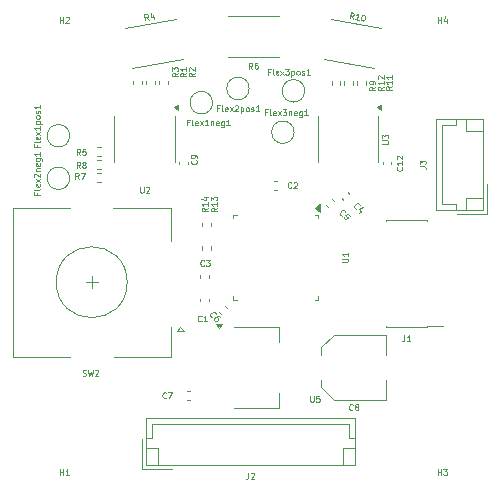
<source format=gbr>
%TF.GenerationSoftware,KiCad,Pcbnew,8.0.8*%
%TF.CreationDate,2025-01-29T06:06:36+01:00*%
%TF.ProjectId,PCB_Gant,5043425f-4761-46e7-942e-6b696361645f,rev?*%
%TF.SameCoordinates,Original*%
%TF.FileFunction,Legend,Top*%
%TF.FilePolarity,Positive*%
%FSLAX46Y46*%
G04 Gerber Fmt 4.6, Leading zero omitted, Abs format (unit mm)*
G04 Created by KiCad (PCBNEW 8.0.8) date 2025-01-29 06:06:36*
%MOMM*%
%LPD*%
G01*
G04 APERTURE LIST*
%ADD10C,0.125000*%
%ADD11C,0.120000*%
G04 APERTURE END LIST*
D10*
X112515782Y-90966367D02*
X112482110Y-90966367D01*
X112482110Y-90966367D02*
X112414766Y-90932695D01*
X112414766Y-90932695D02*
X112381095Y-90899023D01*
X112381095Y-90899023D02*
X112347423Y-90831680D01*
X112347423Y-90831680D02*
X112347423Y-90764336D01*
X112347423Y-90764336D02*
X112364259Y-90713829D01*
X112364259Y-90713829D02*
X112414766Y-90629649D01*
X112414766Y-90629649D02*
X112465274Y-90579142D01*
X112465274Y-90579142D02*
X112549453Y-90528634D01*
X112549453Y-90528634D02*
X112599961Y-90511798D01*
X112599961Y-90511798D02*
X112667304Y-90511798D01*
X112667304Y-90511798D02*
X112734648Y-90545470D01*
X112734648Y-90545470D02*
X112768320Y-90579142D01*
X112768320Y-90579142D02*
X112801991Y-90646485D01*
X112801991Y-90646485D02*
X112801991Y-90680157D01*
X113138709Y-90949531D02*
X113071365Y-90882187D01*
X113071365Y-90882187D02*
X113020858Y-90865351D01*
X113020858Y-90865351D02*
X112987186Y-90865351D01*
X112987186Y-90865351D02*
X112903007Y-90882187D01*
X112903007Y-90882187D02*
X112818827Y-90932695D01*
X112818827Y-90932695D02*
X112684140Y-91067382D01*
X112684140Y-91067382D02*
X112667304Y-91117890D01*
X112667304Y-91117890D02*
X112667304Y-91151561D01*
X112667304Y-91151561D02*
X112684140Y-91202069D01*
X112684140Y-91202069D02*
X112751484Y-91269412D01*
X112751484Y-91269412D02*
X112801991Y-91286248D01*
X112801991Y-91286248D02*
X112835663Y-91286248D01*
X112835663Y-91286248D02*
X112886171Y-91269412D01*
X112886171Y-91269412D02*
X112970350Y-91185233D01*
X112970350Y-91185233D02*
X112987186Y-91134725D01*
X112987186Y-91134725D02*
X112987186Y-91101054D01*
X112987186Y-91101054D02*
X112970350Y-91050546D01*
X112970350Y-91050546D02*
X112903007Y-90983203D01*
X112903007Y-90983203D02*
X112852499Y-90966367D01*
X112852499Y-90966367D02*
X112818827Y-90966367D01*
X112818827Y-90966367D02*
X112768320Y-90983203D01*
X120819047Y-97624809D02*
X120819047Y-98029571D01*
X120819047Y-98029571D02*
X120842857Y-98077190D01*
X120842857Y-98077190D02*
X120866666Y-98101000D01*
X120866666Y-98101000D02*
X120914285Y-98124809D01*
X120914285Y-98124809D02*
X121009523Y-98124809D01*
X121009523Y-98124809D02*
X121057142Y-98101000D01*
X121057142Y-98101000D02*
X121080952Y-98077190D01*
X121080952Y-98077190D02*
X121104761Y-98029571D01*
X121104761Y-98029571D02*
X121104761Y-97624809D01*
X121580952Y-97624809D02*
X121342857Y-97624809D01*
X121342857Y-97624809D02*
X121319048Y-97862904D01*
X121319048Y-97862904D02*
X121342857Y-97839095D01*
X121342857Y-97839095D02*
X121390476Y-97815285D01*
X121390476Y-97815285D02*
X121509524Y-97815285D01*
X121509524Y-97815285D02*
X121557143Y-97839095D01*
X121557143Y-97839095D02*
X121580952Y-97862904D01*
X121580952Y-97862904D02*
X121604762Y-97910523D01*
X121604762Y-97910523D02*
X121604762Y-98029571D01*
X121604762Y-98029571D02*
X121580952Y-98077190D01*
X121580952Y-98077190D02*
X121557143Y-98101000D01*
X121557143Y-98101000D02*
X121509524Y-98124809D01*
X121509524Y-98124809D02*
X121390476Y-98124809D01*
X121390476Y-98124809D02*
X121342857Y-98101000D01*
X121342857Y-98101000D02*
X121319048Y-98077190D01*
X101216666Y-79224809D02*
X101050000Y-78986714D01*
X100930952Y-79224809D02*
X100930952Y-78724809D01*
X100930952Y-78724809D02*
X101121428Y-78724809D01*
X101121428Y-78724809D02*
X101169047Y-78748619D01*
X101169047Y-78748619D02*
X101192857Y-78772428D01*
X101192857Y-78772428D02*
X101216666Y-78820047D01*
X101216666Y-78820047D02*
X101216666Y-78891476D01*
X101216666Y-78891476D02*
X101192857Y-78939095D01*
X101192857Y-78939095D02*
X101169047Y-78962904D01*
X101169047Y-78962904D02*
X101121428Y-78986714D01*
X101121428Y-78986714D02*
X100930952Y-78986714D01*
X101383333Y-78724809D02*
X101716666Y-78724809D01*
X101716666Y-78724809D02*
X101502381Y-79224809D01*
X97662904Y-76407141D02*
X97662904Y-76573808D01*
X97924809Y-76573808D02*
X97424809Y-76573808D01*
X97424809Y-76573808D02*
X97424809Y-76335713D01*
X97924809Y-76073808D02*
X97901000Y-76121427D01*
X97901000Y-76121427D02*
X97853380Y-76145237D01*
X97853380Y-76145237D02*
X97424809Y-76145237D01*
X97901000Y-75692856D02*
X97924809Y-75740475D01*
X97924809Y-75740475D02*
X97924809Y-75835713D01*
X97924809Y-75835713D02*
X97901000Y-75883332D01*
X97901000Y-75883332D02*
X97853380Y-75907141D01*
X97853380Y-75907141D02*
X97662904Y-75907141D01*
X97662904Y-75907141D02*
X97615285Y-75883332D01*
X97615285Y-75883332D02*
X97591476Y-75835713D01*
X97591476Y-75835713D02*
X97591476Y-75740475D01*
X97591476Y-75740475D02*
X97615285Y-75692856D01*
X97615285Y-75692856D02*
X97662904Y-75669046D01*
X97662904Y-75669046D02*
X97710523Y-75669046D01*
X97710523Y-75669046D02*
X97758142Y-75907141D01*
X97924809Y-75502380D02*
X97591476Y-75240475D01*
X97591476Y-75502380D02*
X97924809Y-75240475D01*
X97924809Y-74788094D02*
X97924809Y-75073808D01*
X97924809Y-74930951D02*
X97424809Y-74930951D01*
X97424809Y-74930951D02*
X97496238Y-74978570D01*
X97496238Y-74978570D02*
X97543857Y-75026189D01*
X97543857Y-75026189D02*
X97567666Y-75073808D01*
X97591476Y-74573809D02*
X98091476Y-74573809D01*
X97615285Y-74573809D02*
X97591476Y-74526190D01*
X97591476Y-74526190D02*
X97591476Y-74430952D01*
X97591476Y-74430952D02*
X97615285Y-74383333D01*
X97615285Y-74383333D02*
X97639095Y-74359523D01*
X97639095Y-74359523D02*
X97686714Y-74335714D01*
X97686714Y-74335714D02*
X97829571Y-74335714D01*
X97829571Y-74335714D02*
X97877190Y-74359523D01*
X97877190Y-74359523D02*
X97901000Y-74383333D01*
X97901000Y-74383333D02*
X97924809Y-74430952D01*
X97924809Y-74430952D02*
X97924809Y-74526190D01*
X97924809Y-74526190D02*
X97901000Y-74573809D01*
X97924809Y-74049999D02*
X97901000Y-74097618D01*
X97901000Y-74097618D02*
X97877190Y-74121428D01*
X97877190Y-74121428D02*
X97829571Y-74145237D01*
X97829571Y-74145237D02*
X97686714Y-74145237D01*
X97686714Y-74145237D02*
X97639095Y-74121428D01*
X97639095Y-74121428D02*
X97615285Y-74097618D01*
X97615285Y-74097618D02*
X97591476Y-74049999D01*
X97591476Y-74049999D02*
X97591476Y-73978571D01*
X97591476Y-73978571D02*
X97615285Y-73930952D01*
X97615285Y-73930952D02*
X97639095Y-73907142D01*
X97639095Y-73907142D02*
X97686714Y-73883333D01*
X97686714Y-73883333D02*
X97829571Y-73883333D01*
X97829571Y-73883333D02*
X97877190Y-73907142D01*
X97877190Y-73907142D02*
X97901000Y-73930952D01*
X97901000Y-73930952D02*
X97924809Y-73978571D01*
X97924809Y-73978571D02*
X97924809Y-74049999D01*
X97901000Y-73692856D02*
X97924809Y-73645237D01*
X97924809Y-73645237D02*
X97924809Y-73549999D01*
X97924809Y-73549999D02*
X97901000Y-73502380D01*
X97901000Y-73502380D02*
X97853380Y-73478571D01*
X97853380Y-73478571D02*
X97829571Y-73478571D01*
X97829571Y-73478571D02*
X97781952Y-73502380D01*
X97781952Y-73502380D02*
X97758142Y-73549999D01*
X97758142Y-73549999D02*
X97758142Y-73621428D01*
X97758142Y-73621428D02*
X97734333Y-73669047D01*
X97734333Y-73669047D02*
X97686714Y-73692856D01*
X97686714Y-73692856D02*
X97662904Y-73692856D01*
X97662904Y-73692856D02*
X97615285Y-73669047D01*
X97615285Y-73669047D02*
X97591476Y-73621428D01*
X97591476Y-73621428D02*
X97591476Y-73549999D01*
X97591476Y-73549999D02*
X97615285Y-73502380D01*
X97924809Y-73002380D02*
X97924809Y-73288094D01*
X97924809Y-73145237D02*
X97424809Y-73145237D01*
X97424809Y-73145237D02*
X97496238Y-73192856D01*
X97496238Y-73192856D02*
X97543857Y-73240475D01*
X97543857Y-73240475D02*
X97567666Y-73288094D01*
X106419047Y-79924809D02*
X106419047Y-80329571D01*
X106419047Y-80329571D02*
X106442857Y-80377190D01*
X106442857Y-80377190D02*
X106466666Y-80401000D01*
X106466666Y-80401000D02*
X106514285Y-80424809D01*
X106514285Y-80424809D02*
X106609523Y-80424809D01*
X106609523Y-80424809D02*
X106657142Y-80401000D01*
X106657142Y-80401000D02*
X106680952Y-80377190D01*
X106680952Y-80377190D02*
X106704761Y-80329571D01*
X106704761Y-80329571D02*
X106704761Y-79924809D01*
X106919048Y-79972428D02*
X106942857Y-79948619D01*
X106942857Y-79948619D02*
X106990476Y-79924809D01*
X106990476Y-79924809D02*
X107109524Y-79924809D01*
X107109524Y-79924809D02*
X107157143Y-79948619D01*
X107157143Y-79948619D02*
X107180952Y-79972428D01*
X107180952Y-79972428D02*
X107204762Y-80020047D01*
X107204762Y-80020047D02*
X107204762Y-80067666D01*
X107204762Y-80067666D02*
X107180952Y-80139095D01*
X107180952Y-80139095D02*
X106895238Y-80424809D01*
X106895238Y-80424809D02*
X107204762Y-80424809D01*
X124416666Y-98777190D02*
X124392857Y-98801000D01*
X124392857Y-98801000D02*
X124321428Y-98824809D01*
X124321428Y-98824809D02*
X124273809Y-98824809D01*
X124273809Y-98824809D02*
X124202381Y-98801000D01*
X124202381Y-98801000D02*
X124154762Y-98753380D01*
X124154762Y-98753380D02*
X124130952Y-98705761D01*
X124130952Y-98705761D02*
X124107143Y-98610523D01*
X124107143Y-98610523D02*
X124107143Y-98539095D01*
X124107143Y-98539095D02*
X124130952Y-98443857D01*
X124130952Y-98443857D02*
X124154762Y-98396238D01*
X124154762Y-98396238D02*
X124202381Y-98348619D01*
X124202381Y-98348619D02*
X124273809Y-98324809D01*
X124273809Y-98324809D02*
X124321428Y-98324809D01*
X124321428Y-98324809D02*
X124392857Y-98348619D01*
X124392857Y-98348619D02*
X124416666Y-98372428D01*
X124702381Y-98539095D02*
X124654762Y-98515285D01*
X124654762Y-98515285D02*
X124630952Y-98491476D01*
X124630952Y-98491476D02*
X124607143Y-98443857D01*
X124607143Y-98443857D02*
X124607143Y-98420047D01*
X124607143Y-98420047D02*
X124630952Y-98372428D01*
X124630952Y-98372428D02*
X124654762Y-98348619D01*
X124654762Y-98348619D02*
X124702381Y-98324809D01*
X124702381Y-98324809D02*
X124797619Y-98324809D01*
X124797619Y-98324809D02*
X124845238Y-98348619D01*
X124845238Y-98348619D02*
X124869047Y-98372428D01*
X124869047Y-98372428D02*
X124892857Y-98420047D01*
X124892857Y-98420047D02*
X124892857Y-98443857D01*
X124892857Y-98443857D02*
X124869047Y-98491476D01*
X124869047Y-98491476D02*
X124845238Y-98515285D01*
X124845238Y-98515285D02*
X124797619Y-98539095D01*
X124797619Y-98539095D02*
X124702381Y-98539095D01*
X124702381Y-98539095D02*
X124654762Y-98562904D01*
X124654762Y-98562904D02*
X124630952Y-98586714D01*
X124630952Y-98586714D02*
X124607143Y-98634333D01*
X124607143Y-98634333D02*
X124607143Y-98729571D01*
X124607143Y-98729571D02*
X124630952Y-98777190D01*
X124630952Y-98777190D02*
X124654762Y-98801000D01*
X124654762Y-98801000D02*
X124702381Y-98824809D01*
X124702381Y-98824809D02*
X124797619Y-98824809D01*
X124797619Y-98824809D02*
X124845238Y-98801000D01*
X124845238Y-98801000D02*
X124869047Y-98777190D01*
X124869047Y-98777190D02*
X124892857Y-98729571D01*
X124892857Y-98729571D02*
X124892857Y-98634333D01*
X124892857Y-98634333D02*
X124869047Y-98586714D01*
X124869047Y-98586714D02*
X124845238Y-98562904D01*
X124845238Y-98562904D02*
X124797619Y-98539095D01*
X113092858Y-73262904D02*
X112926191Y-73262904D01*
X112926191Y-73524809D02*
X112926191Y-73024809D01*
X112926191Y-73024809D02*
X113164286Y-73024809D01*
X113426191Y-73524809D02*
X113378572Y-73501000D01*
X113378572Y-73501000D02*
X113354762Y-73453380D01*
X113354762Y-73453380D02*
X113354762Y-73024809D01*
X113807143Y-73501000D02*
X113759524Y-73524809D01*
X113759524Y-73524809D02*
X113664286Y-73524809D01*
X113664286Y-73524809D02*
X113616667Y-73501000D01*
X113616667Y-73501000D02*
X113592858Y-73453380D01*
X113592858Y-73453380D02*
X113592858Y-73262904D01*
X113592858Y-73262904D02*
X113616667Y-73215285D01*
X113616667Y-73215285D02*
X113664286Y-73191476D01*
X113664286Y-73191476D02*
X113759524Y-73191476D01*
X113759524Y-73191476D02*
X113807143Y-73215285D01*
X113807143Y-73215285D02*
X113830953Y-73262904D01*
X113830953Y-73262904D02*
X113830953Y-73310523D01*
X113830953Y-73310523D02*
X113592858Y-73358142D01*
X113997619Y-73524809D02*
X114259524Y-73191476D01*
X113997619Y-73191476D02*
X114259524Y-73524809D01*
X114426191Y-73072428D02*
X114450000Y-73048619D01*
X114450000Y-73048619D02*
X114497619Y-73024809D01*
X114497619Y-73024809D02*
X114616667Y-73024809D01*
X114616667Y-73024809D02*
X114664286Y-73048619D01*
X114664286Y-73048619D02*
X114688095Y-73072428D01*
X114688095Y-73072428D02*
X114711905Y-73120047D01*
X114711905Y-73120047D02*
X114711905Y-73167666D01*
X114711905Y-73167666D02*
X114688095Y-73239095D01*
X114688095Y-73239095D02*
X114402381Y-73524809D01*
X114402381Y-73524809D02*
X114711905Y-73524809D01*
X114926190Y-73191476D02*
X114926190Y-73691476D01*
X114926190Y-73215285D02*
X114973809Y-73191476D01*
X114973809Y-73191476D02*
X115069047Y-73191476D01*
X115069047Y-73191476D02*
X115116666Y-73215285D01*
X115116666Y-73215285D02*
X115140476Y-73239095D01*
X115140476Y-73239095D02*
X115164285Y-73286714D01*
X115164285Y-73286714D02*
X115164285Y-73429571D01*
X115164285Y-73429571D02*
X115140476Y-73477190D01*
X115140476Y-73477190D02*
X115116666Y-73501000D01*
X115116666Y-73501000D02*
X115069047Y-73524809D01*
X115069047Y-73524809D02*
X114973809Y-73524809D01*
X114973809Y-73524809D02*
X114926190Y-73501000D01*
X115450000Y-73524809D02*
X115402381Y-73501000D01*
X115402381Y-73501000D02*
X115378571Y-73477190D01*
X115378571Y-73477190D02*
X115354762Y-73429571D01*
X115354762Y-73429571D02*
X115354762Y-73286714D01*
X115354762Y-73286714D02*
X115378571Y-73239095D01*
X115378571Y-73239095D02*
X115402381Y-73215285D01*
X115402381Y-73215285D02*
X115450000Y-73191476D01*
X115450000Y-73191476D02*
X115521428Y-73191476D01*
X115521428Y-73191476D02*
X115569047Y-73215285D01*
X115569047Y-73215285D02*
X115592857Y-73239095D01*
X115592857Y-73239095D02*
X115616666Y-73286714D01*
X115616666Y-73286714D02*
X115616666Y-73429571D01*
X115616666Y-73429571D02*
X115592857Y-73477190D01*
X115592857Y-73477190D02*
X115569047Y-73501000D01*
X115569047Y-73501000D02*
X115521428Y-73524809D01*
X115521428Y-73524809D02*
X115450000Y-73524809D01*
X115807143Y-73501000D02*
X115854762Y-73524809D01*
X115854762Y-73524809D02*
X115950000Y-73524809D01*
X115950000Y-73524809D02*
X115997619Y-73501000D01*
X115997619Y-73501000D02*
X116021428Y-73453380D01*
X116021428Y-73453380D02*
X116021428Y-73429571D01*
X116021428Y-73429571D02*
X115997619Y-73381952D01*
X115997619Y-73381952D02*
X115950000Y-73358142D01*
X115950000Y-73358142D02*
X115878571Y-73358142D01*
X115878571Y-73358142D02*
X115830952Y-73334333D01*
X115830952Y-73334333D02*
X115807143Y-73286714D01*
X115807143Y-73286714D02*
X115807143Y-73262904D01*
X115807143Y-73262904D02*
X115830952Y-73215285D01*
X115830952Y-73215285D02*
X115878571Y-73191476D01*
X115878571Y-73191476D02*
X115950000Y-73191476D01*
X115950000Y-73191476D02*
X115997619Y-73215285D01*
X116497619Y-73524809D02*
X116211905Y-73524809D01*
X116354762Y-73524809D02*
X116354762Y-73024809D01*
X116354762Y-73024809D02*
X116307143Y-73096238D01*
X116307143Y-73096238D02*
X116259524Y-73143857D01*
X116259524Y-73143857D02*
X116211905Y-73167666D01*
X115916666Y-69924809D02*
X115750000Y-69686714D01*
X115630952Y-69924809D02*
X115630952Y-69424809D01*
X115630952Y-69424809D02*
X115821428Y-69424809D01*
X115821428Y-69424809D02*
X115869047Y-69448619D01*
X115869047Y-69448619D02*
X115892857Y-69472428D01*
X115892857Y-69472428D02*
X115916666Y-69520047D01*
X115916666Y-69520047D02*
X115916666Y-69591476D01*
X115916666Y-69591476D02*
X115892857Y-69639095D01*
X115892857Y-69639095D02*
X115869047Y-69662904D01*
X115869047Y-69662904D02*
X115821428Y-69686714D01*
X115821428Y-69686714D02*
X115630952Y-69686714D01*
X116345238Y-69424809D02*
X116250000Y-69424809D01*
X116250000Y-69424809D02*
X116202381Y-69448619D01*
X116202381Y-69448619D02*
X116178571Y-69472428D01*
X116178571Y-69472428D02*
X116130952Y-69543857D01*
X116130952Y-69543857D02*
X116107143Y-69639095D01*
X116107143Y-69639095D02*
X116107143Y-69829571D01*
X116107143Y-69829571D02*
X116130952Y-69877190D01*
X116130952Y-69877190D02*
X116154762Y-69901000D01*
X116154762Y-69901000D02*
X116202381Y-69924809D01*
X116202381Y-69924809D02*
X116297619Y-69924809D01*
X116297619Y-69924809D02*
X116345238Y-69901000D01*
X116345238Y-69901000D02*
X116369047Y-69877190D01*
X116369047Y-69877190D02*
X116392857Y-69829571D01*
X116392857Y-69829571D02*
X116392857Y-69710523D01*
X116392857Y-69710523D02*
X116369047Y-69662904D01*
X116369047Y-69662904D02*
X116345238Y-69639095D01*
X116345238Y-69639095D02*
X116297619Y-69615285D01*
X116297619Y-69615285D02*
X116202381Y-69615285D01*
X116202381Y-69615285D02*
X116154762Y-69639095D01*
X116154762Y-69639095D02*
X116130952Y-69662904D01*
X116130952Y-69662904D02*
X116107143Y-69710523D01*
X112924809Y-81721428D02*
X112686714Y-81888094D01*
X112924809Y-82007142D02*
X112424809Y-82007142D01*
X112424809Y-82007142D02*
X112424809Y-81816666D01*
X112424809Y-81816666D02*
X112448619Y-81769047D01*
X112448619Y-81769047D02*
X112472428Y-81745237D01*
X112472428Y-81745237D02*
X112520047Y-81721428D01*
X112520047Y-81721428D02*
X112591476Y-81721428D01*
X112591476Y-81721428D02*
X112639095Y-81745237D01*
X112639095Y-81745237D02*
X112662904Y-81769047D01*
X112662904Y-81769047D02*
X112686714Y-81816666D01*
X112686714Y-81816666D02*
X112686714Y-82007142D01*
X112924809Y-81245237D02*
X112924809Y-81530951D01*
X112924809Y-81388094D02*
X112424809Y-81388094D01*
X112424809Y-81388094D02*
X112496238Y-81435713D01*
X112496238Y-81435713D02*
X112543857Y-81483332D01*
X112543857Y-81483332D02*
X112567666Y-81530951D01*
X112424809Y-81078571D02*
X112424809Y-80769047D01*
X112424809Y-80769047D02*
X112615285Y-80935714D01*
X112615285Y-80935714D02*
X112615285Y-80864285D01*
X112615285Y-80864285D02*
X112639095Y-80816666D01*
X112639095Y-80816666D02*
X112662904Y-80792857D01*
X112662904Y-80792857D02*
X112710523Y-80769047D01*
X112710523Y-80769047D02*
X112829571Y-80769047D01*
X112829571Y-80769047D02*
X112877190Y-80792857D01*
X112877190Y-80792857D02*
X112901000Y-80816666D01*
X112901000Y-80816666D02*
X112924809Y-80864285D01*
X112924809Y-80864285D02*
X112924809Y-81007142D01*
X112924809Y-81007142D02*
X112901000Y-81054761D01*
X112901000Y-81054761D02*
X112877190Y-81078571D01*
X126924809Y-76280952D02*
X127329571Y-76280952D01*
X127329571Y-76280952D02*
X127377190Y-76257142D01*
X127377190Y-76257142D02*
X127401000Y-76233333D01*
X127401000Y-76233333D02*
X127424809Y-76185714D01*
X127424809Y-76185714D02*
X127424809Y-76090476D01*
X127424809Y-76090476D02*
X127401000Y-76042857D01*
X127401000Y-76042857D02*
X127377190Y-76019047D01*
X127377190Y-76019047D02*
X127329571Y-75995238D01*
X127329571Y-75995238D02*
X126924809Y-75995238D01*
X126924809Y-75804761D02*
X126924809Y-75495237D01*
X126924809Y-75495237D02*
X127115285Y-75661904D01*
X127115285Y-75661904D02*
X127115285Y-75590475D01*
X127115285Y-75590475D02*
X127139095Y-75542856D01*
X127139095Y-75542856D02*
X127162904Y-75519047D01*
X127162904Y-75519047D02*
X127210523Y-75495237D01*
X127210523Y-75495237D02*
X127329571Y-75495237D01*
X127329571Y-75495237D02*
X127377190Y-75519047D01*
X127377190Y-75519047D02*
X127401000Y-75542856D01*
X127401000Y-75542856D02*
X127424809Y-75590475D01*
X127424809Y-75590475D02*
X127424809Y-75733332D01*
X127424809Y-75733332D02*
X127401000Y-75780951D01*
X127401000Y-75780951D02*
X127377190Y-75804761D01*
X112124809Y-81721428D02*
X111886714Y-81888094D01*
X112124809Y-82007142D02*
X111624809Y-82007142D01*
X111624809Y-82007142D02*
X111624809Y-81816666D01*
X111624809Y-81816666D02*
X111648619Y-81769047D01*
X111648619Y-81769047D02*
X111672428Y-81745237D01*
X111672428Y-81745237D02*
X111720047Y-81721428D01*
X111720047Y-81721428D02*
X111791476Y-81721428D01*
X111791476Y-81721428D02*
X111839095Y-81745237D01*
X111839095Y-81745237D02*
X111862904Y-81769047D01*
X111862904Y-81769047D02*
X111886714Y-81816666D01*
X111886714Y-81816666D02*
X111886714Y-82007142D01*
X112124809Y-81245237D02*
X112124809Y-81530951D01*
X112124809Y-81388094D02*
X111624809Y-81388094D01*
X111624809Y-81388094D02*
X111696238Y-81435713D01*
X111696238Y-81435713D02*
X111743857Y-81483332D01*
X111743857Y-81483332D02*
X111767666Y-81530951D01*
X111791476Y-80816666D02*
X112124809Y-80816666D01*
X111601000Y-80935714D02*
X111958142Y-81054761D01*
X111958142Y-81054761D02*
X111958142Y-80745238D01*
X119216666Y-79977190D02*
X119192857Y-80001000D01*
X119192857Y-80001000D02*
X119121428Y-80024809D01*
X119121428Y-80024809D02*
X119073809Y-80024809D01*
X119073809Y-80024809D02*
X119002381Y-80001000D01*
X119002381Y-80001000D02*
X118954762Y-79953380D01*
X118954762Y-79953380D02*
X118930952Y-79905761D01*
X118930952Y-79905761D02*
X118907143Y-79810523D01*
X118907143Y-79810523D02*
X118907143Y-79739095D01*
X118907143Y-79739095D02*
X118930952Y-79643857D01*
X118930952Y-79643857D02*
X118954762Y-79596238D01*
X118954762Y-79596238D02*
X119002381Y-79548619D01*
X119002381Y-79548619D02*
X119073809Y-79524809D01*
X119073809Y-79524809D02*
X119121428Y-79524809D01*
X119121428Y-79524809D02*
X119192857Y-79548619D01*
X119192857Y-79548619D02*
X119216666Y-79572428D01*
X119407143Y-79572428D02*
X119430952Y-79548619D01*
X119430952Y-79548619D02*
X119478571Y-79524809D01*
X119478571Y-79524809D02*
X119597619Y-79524809D01*
X119597619Y-79524809D02*
X119645238Y-79548619D01*
X119645238Y-79548619D02*
X119669047Y-79572428D01*
X119669047Y-79572428D02*
X119692857Y-79620047D01*
X119692857Y-79620047D02*
X119692857Y-79667666D01*
X119692857Y-79667666D02*
X119669047Y-79739095D01*
X119669047Y-79739095D02*
X119383333Y-80024809D01*
X119383333Y-80024809D02*
X119692857Y-80024809D01*
X110324809Y-70283333D02*
X110086714Y-70449999D01*
X110324809Y-70569047D02*
X109824809Y-70569047D01*
X109824809Y-70569047D02*
X109824809Y-70378571D01*
X109824809Y-70378571D02*
X109848619Y-70330952D01*
X109848619Y-70330952D02*
X109872428Y-70307142D01*
X109872428Y-70307142D02*
X109920047Y-70283333D01*
X109920047Y-70283333D02*
X109991476Y-70283333D01*
X109991476Y-70283333D02*
X110039095Y-70307142D01*
X110039095Y-70307142D02*
X110062904Y-70330952D01*
X110062904Y-70330952D02*
X110086714Y-70378571D01*
X110086714Y-70378571D02*
X110086714Y-70569047D01*
X110324809Y-69807142D02*
X110324809Y-70092856D01*
X110324809Y-69949999D02*
X109824809Y-69949999D01*
X109824809Y-69949999D02*
X109896238Y-69997618D01*
X109896238Y-69997618D02*
X109943857Y-70045237D01*
X109943857Y-70045237D02*
X109967666Y-70092856D01*
X123515782Y-82366367D02*
X123482110Y-82366367D01*
X123482110Y-82366367D02*
X123414766Y-82332695D01*
X123414766Y-82332695D02*
X123381095Y-82299023D01*
X123381095Y-82299023D02*
X123347423Y-82231680D01*
X123347423Y-82231680D02*
X123347423Y-82164336D01*
X123347423Y-82164336D02*
X123364259Y-82113829D01*
X123364259Y-82113829D02*
X123414766Y-82029649D01*
X123414766Y-82029649D02*
X123465274Y-81979142D01*
X123465274Y-81979142D02*
X123549453Y-81928634D01*
X123549453Y-81928634D02*
X123599961Y-81911798D01*
X123599961Y-81911798D02*
X123667304Y-81911798D01*
X123667304Y-81911798D02*
X123734648Y-81945470D01*
X123734648Y-81945470D02*
X123768320Y-81979142D01*
X123768320Y-81979142D02*
X123801991Y-82046485D01*
X123801991Y-82046485D02*
X123801991Y-82080157D01*
X124155545Y-82366367D02*
X123987186Y-82198008D01*
X123987186Y-82198008D02*
X123801991Y-82349531D01*
X123801991Y-82349531D02*
X123835663Y-82349531D01*
X123835663Y-82349531D02*
X123886171Y-82366367D01*
X123886171Y-82366367D02*
X123970350Y-82450546D01*
X123970350Y-82450546D02*
X123987186Y-82501054D01*
X123987186Y-82501054D02*
X123987186Y-82534725D01*
X123987186Y-82534725D02*
X123970350Y-82585233D01*
X123970350Y-82585233D02*
X123886171Y-82669412D01*
X123886171Y-82669412D02*
X123835663Y-82686248D01*
X123835663Y-82686248D02*
X123801991Y-82686248D01*
X123801991Y-82686248D02*
X123751484Y-82669412D01*
X123751484Y-82669412D02*
X123667304Y-82585233D01*
X123667304Y-82585233D02*
X123650469Y-82534725D01*
X123650469Y-82534725D02*
X123650469Y-82501054D01*
X111177190Y-77683333D02*
X111201000Y-77707142D01*
X111201000Y-77707142D02*
X111224809Y-77778571D01*
X111224809Y-77778571D02*
X111224809Y-77826190D01*
X111224809Y-77826190D02*
X111201000Y-77897618D01*
X111201000Y-77897618D02*
X111153380Y-77945237D01*
X111153380Y-77945237D02*
X111105761Y-77969047D01*
X111105761Y-77969047D02*
X111010523Y-77992856D01*
X111010523Y-77992856D02*
X110939095Y-77992856D01*
X110939095Y-77992856D02*
X110843857Y-77969047D01*
X110843857Y-77969047D02*
X110796238Y-77945237D01*
X110796238Y-77945237D02*
X110748619Y-77897618D01*
X110748619Y-77897618D02*
X110724809Y-77826190D01*
X110724809Y-77826190D02*
X110724809Y-77778571D01*
X110724809Y-77778571D02*
X110748619Y-77707142D01*
X110748619Y-77707142D02*
X110772428Y-77683333D01*
X111224809Y-77445237D02*
X111224809Y-77349999D01*
X111224809Y-77349999D02*
X111201000Y-77302380D01*
X111201000Y-77302380D02*
X111177190Y-77278571D01*
X111177190Y-77278571D02*
X111105761Y-77230952D01*
X111105761Y-77230952D02*
X111010523Y-77207142D01*
X111010523Y-77207142D02*
X110820047Y-77207142D01*
X110820047Y-77207142D02*
X110772428Y-77230952D01*
X110772428Y-77230952D02*
X110748619Y-77254761D01*
X110748619Y-77254761D02*
X110724809Y-77302380D01*
X110724809Y-77302380D02*
X110724809Y-77397618D01*
X110724809Y-77397618D02*
X110748619Y-77445237D01*
X110748619Y-77445237D02*
X110772428Y-77469047D01*
X110772428Y-77469047D02*
X110820047Y-77492856D01*
X110820047Y-77492856D02*
X110939095Y-77492856D01*
X110939095Y-77492856D02*
X110986714Y-77469047D01*
X110986714Y-77469047D02*
X111010523Y-77445237D01*
X111010523Y-77445237D02*
X111034333Y-77397618D01*
X111034333Y-77397618D02*
X111034333Y-77302380D01*
X111034333Y-77302380D02*
X111010523Y-77254761D01*
X111010523Y-77254761D02*
X110986714Y-77230952D01*
X110986714Y-77230952D02*
X110939095Y-77207142D01*
X110580953Y-74462904D02*
X110414286Y-74462904D01*
X110414286Y-74724809D02*
X110414286Y-74224809D01*
X110414286Y-74224809D02*
X110652381Y-74224809D01*
X110914286Y-74724809D02*
X110866667Y-74701000D01*
X110866667Y-74701000D02*
X110842857Y-74653380D01*
X110842857Y-74653380D02*
X110842857Y-74224809D01*
X111295238Y-74701000D02*
X111247619Y-74724809D01*
X111247619Y-74724809D02*
X111152381Y-74724809D01*
X111152381Y-74724809D02*
X111104762Y-74701000D01*
X111104762Y-74701000D02*
X111080953Y-74653380D01*
X111080953Y-74653380D02*
X111080953Y-74462904D01*
X111080953Y-74462904D02*
X111104762Y-74415285D01*
X111104762Y-74415285D02*
X111152381Y-74391476D01*
X111152381Y-74391476D02*
X111247619Y-74391476D01*
X111247619Y-74391476D02*
X111295238Y-74415285D01*
X111295238Y-74415285D02*
X111319048Y-74462904D01*
X111319048Y-74462904D02*
X111319048Y-74510523D01*
X111319048Y-74510523D02*
X111080953Y-74558142D01*
X111485714Y-74724809D02*
X111747619Y-74391476D01*
X111485714Y-74391476D02*
X111747619Y-74724809D01*
X112200000Y-74724809D02*
X111914286Y-74724809D01*
X112057143Y-74724809D02*
X112057143Y-74224809D01*
X112057143Y-74224809D02*
X112009524Y-74296238D01*
X112009524Y-74296238D02*
X111961905Y-74343857D01*
X111961905Y-74343857D02*
X111914286Y-74367666D01*
X112414285Y-74391476D02*
X112414285Y-74724809D01*
X112414285Y-74439095D02*
X112438095Y-74415285D01*
X112438095Y-74415285D02*
X112485714Y-74391476D01*
X112485714Y-74391476D02*
X112557142Y-74391476D01*
X112557142Y-74391476D02*
X112604761Y-74415285D01*
X112604761Y-74415285D02*
X112628571Y-74462904D01*
X112628571Y-74462904D02*
X112628571Y-74724809D01*
X113057142Y-74701000D02*
X113009523Y-74724809D01*
X113009523Y-74724809D02*
X112914285Y-74724809D01*
X112914285Y-74724809D02*
X112866666Y-74701000D01*
X112866666Y-74701000D02*
X112842857Y-74653380D01*
X112842857Y-74653380D02*
X112842857Y-74462904D01*
X112842857Y-74462904D02*
X112866666Y-74415285D01*
X112866666Y-74415285D02*
X112914285Y-74391476D01*
X112914285Y-74391476D02*
X113009523Y-74391476D01*
X113009523Y-74391476D02*
X113057142Y-74415285D01*
X113057142Y-74415285D02*
X113080952Y-74462904D01*
X113080952Y-74462904D02*
X113080952Y-74510523D01*
X113080952Y-74510523D02*
X112842857Y-74558142D01*
X113509523Y-74391476D02*
X113509523Y-74796238D01*
X113509523Y-74796238D02*
X113485713Y-74843857D01*
X113485713Y-74843857D02*
X113461904Y-74867666D01*
X113461904Y-74867666D02*
X113414285Y-74891476D01*
X113414285Y-74891476D02*
X113342856Y-74891476D01*
X113342856Y-74891476D02*
X113295237Y-74867666D01*
X113509523Y-74701000D02*
X113461904Y-74724809D01*
X113461904Y-74724809D02*
X113366666Y-74724809D01*
X113366666Y-74724809D02*
X113319047Y-74701000D01*
X113319047Y-74701000D02*
X113295237Y-74677190D01*
X113295237Y-74677190D02*
X113271428Y-74629571D01*
X113271428Y-74629571D02*
X113271428Y-74486714D01*
X113271428Y-74486714D02*
X113295237Y-74439095D01*
X113295237Y-74439095D02*
X113319047Y-74415285D01*
X113319047Y-74415285D02*
X113366666Y-74391476D01*
X113366666Y-74391476D02*
X113461904Y-74391476D01*
X113461904Y-74391476D02*
X113509523Y-74415285D01*
X114009523Y-74724809D02*
X113723809Y-74724809D01*
X113866666Y-74724809D02*
X113866666Y-74224809D01*
X113866666Y-74224809D02*
X113819047Y-74296238D01*
X113819047Y-74296238D02*
X113771428Y-74343857D01*
X113771428Y-74343857D02*
X113723809Y-74367666D01*
X130084809Y-78196666D02*
X130441952Y-78196666D01*
X130441952Y-78196666D02*
X130513380Y-78220475D01*
X130513380Y-78220475D02*
X130561000Y-78268094D01*
X130561000Y-78268094D02*
X130584809Y-78339523D01*
X130584809Y-78339523D02*
X130584809Y-78387142D01*
X130084809Y-78006190D02*
X130084809Y-77696666D01*
X130084809Y-77696666D02*
X130275285Y-77863333D01*
X130275285Y-77863333D02*
X130275285Y-77791904D01*
X130275285Y-77791904D02*
X130299095Y-77744285D01*
X130299095Y-77744285D02*
X130322904Y-77720476D01*
X130322904Y-77720476D02*
X130370523Y-77696666D01*
X130370523Y-77696666D02*
X130489571Y-77696666D01*
X130489571Y-77696666D02*
X130537190Y-77720476D01*
X130537190Y-77720476D02*
X130561000Y-77744285D01*
X130561000Y-77744285D02*
X130584809Y-77791904D01*
X130584809Y-77791904D02*
X130584809Y-77934761D01*
X130584809Y-77934761D02*
X130561000Y-77982380D01*
X130561000Y-77982380D02*
X130537190Y-78006190D01*
X99619047Y-104324809D02*
X99619047Y-103824809D01*
X99619047Y-104062904D02*
X99904761Y-104062904D01*
X99904761Y-104324809D02*
X99904761Y-103824809D01*
X100404762Y-104324809D02*
X100119048Y-104324809D01*
X100261905Y-104324809D02*
X100261905Y-103824809D01*
X100261905Y-103824809D02*
X100214286Y-103896238D01*
X100214286Y-103896238D02*
X100166667Y-103943857D01*
X100166667Y-103943857D02*
X100119048Y-103967666D01*
X128577190Y-78241428D02*
X128601000Y-78265237D01*
X128601000Y-78265237D02*
X128624809Y-78336666D01*
X128624809Y-78336666D02*
X128624809Y-78384285D01*
X128624809Y-78384285D02*
X128601000Y-78455713D01*
X128601000Y-78455713D02*
X128553380Y-78503332D01*
X128553380Y-78503332D02*
X128505761Y-78527142D01*
X128505761Y-78527142D02*
X128410523Y-78550951D01*
X128410523Y-78550951D02*
X128339095Y-78550951D01*
X128339095Y-78550951D02*
X128243857Y-78527142D01*
X128243857Y-78527142D02*
X128196238Y-78503332D01*
X128196238Y-78503332D02*
X128148619Y-78455713D01*
X128148619Y-78455713D02*
X128124809Y-78384285D01*
X128124809Y-78384285D02*
X128124809Y-78336666D01*
X128124809Y-78336666D02*
X128148619Y-78265237D01*
X128148619Y-78265237D02*
X128172428Y-78241428D01*
X128624809Y-77765237D02*
X128624809Y-78050951D01*
X128624809Y-77908094D02*
X128124809Y-77908094D01*
X128124809Y-77908094D02*
X128196238Y-77955713D01*
X128196238Y-77955713D02*
X128243857Y-78003332D01*
X128243857Y-78003332D02*
X128267666Y-78050951D01*
X128172428Y-77574761D02*
X128148619Y-77550952D01*
X128148619Y-77550952D02*
X128124809Y-77503333D01*
X128124809Y-77503333D02*
X128124809Y-77384285D01*
X128124809Y-77384285D02*
X128148619Y-77336666D01*
X128148619Y-77336666D02*
X128172428Y-77312857D01*
X128172428Y-77312857D02*
X128220047Y-77289047D01*
X128220047Y-77289047D02*
X128267666Y-77289047D01*
X128267666Y-77289047D02*
X128339095Y-77312857D01*
X128339095Y-77312857D02*
X128624809Y-77598571D01*
X128624809Y-77598571D02*
X128624809Y-77289047D01*
X97662904Y-80419046D02*
X97662904Y-80585713D01*
X97924809Y-80585713D02*
X97424809Y-80585713D01*
X97424809Y-80585713D02*
X97424809Y-80347618D01*
X97924809Y-80085713D02*
X97901000Y-80133332D01*
X97901000Y-80133332D02*
X97853380Y-80157142D01*
X97853380Y-80157142D02*
X97424809Y-80157142D01*
X97901000Y-79704761D02*
X97924809Y-79752380D01*
X97924809Y-79752380D02*
X97924809Y-79847618D01*
X97924809Y-79847618D02*
X97901000Y-79895237D01*
X97901000Y-79895237D02*
X97853380Y-79919046D01*
X97853380Y-79919046D02*
X97662904Y-79919046D01*
X97662904Y-79919046D02*
X97615285Y-79895237D01*
X97615285Y-79895237D02*
X97591476Y-79847618D01*
X97591476Y-79847618D02*
X97591476Y-79752380D01*
X97591476Y-79752380D02*
X97615285Y-79704761D01*
X97615285Y-79704761D02*
X97662904Y-79680951D01*
X97662904Y-79680951D02*
X97710523Y-79680951D01*
X97710523Y-79680951D02*
X97758142Y-79919046D01*
X97924809Y-79514285D02*
X97591476Y-79252380D01*
X97591476Y-79514285D02*
X97924809Y-79252380D01*
X97472428Y-79085713D02*
X97448619Y-79061904D01*
X97448619Y-79061904D02*
X97424809Y-79014285D01*
X97424809Y-79014285D02*
X97424809Y-78895237D01*
X97424809Y-78895237D02*
X97448619Y-78847618D01*
X97448619Y-78847618D02*
X97472428Y-78823809D01*
X97472428Y-78823809D02*
X97520047Y-78799999D01*
X97520047Y-78799999D02*
X97567666Y-78799999D01*
X97567666Y-78799999D02*
X97639095Y-78823809D01*
X97639095Y-78823809D02*
X97924809Y-79109523D01*
X97924809Y-79109523D02*
X97924809Y-78799999D01*
X97591476Y-78585714D02*
X97924809Y-78585714D01*
X97639095Y-78585714D02*
X97615285Y-78561904D01*
X97615285Y-78561904D02*
X97591476Y-78514285D01*
X97591476Y-78514285D02*
X97591476Y-78442857D01*
X97591476Y-78442857D02*
X97615285Y-78395238D01*
X97615285Y-78395238D02*
X97662904Y-78371428D01*
X97662904Y-78371428D02*
X97924809Y-78371428D01*
X97901000Y-77942857D02*
X97924809Y-77990476D01*
X97924809Y-77990476D02*
X97924809Y-78085714D01*
X97924809Y-78085714D02*
X97901000Y-78133333D01*
X97901000Y-78133333D02*
X97853380Y-78157142D01*
X97853380Y-78157142D02*
X97662904Y-78157142D01*
X97662904Y-78157142D02*
X97615285Y-78133333D01*
X97615285Y-78133333D02*
X97591476Y-78085714D01*
X97591476Y-78085714D02*
X97591476Y-77990476D01*
X97591476Y-77990476D02*
X97615285Y-77942857D01*
X97615285Y-77942857D02*
X97662904Y-77919047D01*
X97662904Y-77919047D02*
X97710523Y-77919047D01*
X97710523Y-77919047D02*
X97758142Y-78157142D01*
X97591476Y-77490476D02*
X97996238Y-77490476D01*
X97996238Y-77490476D02*
X98043857Y-77514286D01*
X98043857Y-77514286D02*
X98067666Y-77538095D01*
X98067666Y-77538095D02*
X98091476Y-77585714D01*
X98091476Y-77585714D02*
X98091476Y-77657143D01*
X98091476Y-77657143D02*
X98067666Y-77704762D01*
X97901000Y-77490476D02*
X97924809Y-77538095D01*
X97924809Y-77538095D02*
X97924809Y-77633333D01*
X97924809Y-77633333D02*
X97901000Y-77680952D01*
X97901000Y-77680952D02*
X97877190Y-77704762D01*
X97877190Y-77704762D02*
X97829571Y-77728571D01*
X97829571Y-77728571D02*
X97686714Y-77728571D01*
X97686714Y-77728571D02*
X97639095Y-77704762D01*
X97639095Y-77704762D02*
X97615285Y-77680952D01*
X97615285Y-77680952D02*
X97591476Y-77633333D01*
X97591476Y-77633333D02*
X97591476Y-77538095D01*
X97591476Y-77538095D02*
X97615285Y-77490476D01*
X97924809Y-76990476D02*
X97924809Y-77276190D01*
X97924809Y-77133333D02*
X97424809Y-77133333D01*
X97424809Y-77133333D02*
X97496238Y-77180952D01*
X97496238Y-77180952D02*
X97543857Y-77228571D01*
X97543857Y-77228571D02*
X97567666Y-77276190D01*
X101336666Y-77224809D02*
X101170000Y-76986714D01*
X101050952Y-77224809D02*
X101050952Y-76724809D01*
X101050952Y-76724809D02*
X101241428Y-76724809D01*
X101241428Y-76724809D02*
X101289047Y-76748619D01*
X101289047Y-76748619D02*
X101312857Y-76772428D01*
X101312857Y-76772428D02*
X101336666Y-76820047D01*
X101336666Y-76820047D02*
X101336666Y-76891476D01*
X101336666Y-76891476D02*
X101312857Y-76939095D01*
X101312857Y-76939095D02*
X101289047Y-76962904D01*
X101289047Y-76962904D02*
X101241428Y-76986714D01*
X101241428Y-76986714D02*
X101050952Y-76986714D01*
X101789047Y-76724809D02*
X101550952Y-76724809D01*
X101550952Y-76724809D02*
X101527143Y-76962904D01*
X101527143Y-76962904D02*
X101550952Y-76939095D01*
X101550952Y-76939095D02*
X101598571Y-76915285D01*
X101598571Y-76915285D02*
X101717619Y-76915285D01*
X101717619Y-76915285D02*
X101765238Y-76939095D01*
X101765238Y-76939095D02*
X101789047Y-76962904D01*
X101789047Y-76962904D02*
X101812857Y-77010523D01*
X101812857Y-77010523D02*
X101812857Y-77129571D01*
X101812857Y-77129571D02*
X101789047Y-77177190D01*
X101789047Y-77177190D02*
X101765238Y-77201000D01*
X101765238Y-77201000D02*
X101717619Y-77224809D01*
X101717619Y-77224809D02*
X101598571Y-77224809D01*
X101598571Y-77224809D02*
X101550952Y-77201000D01*
X101550952Y-77201000D02*
X101527143Y-77177190D01*
X115583333Y-104124809D02*
X115583333Y-104481952D01*
X115583333Y-104481952D02*
X115559524Y-104553380D01*
X115559524Y-104553380D02*
X115511905Y-104601000D01*
X115511905Y-104601000D02*
X115440476Y-104624809D01*
X115440476Y-104624809D02*
X115392857Y-104624809D01*
X115797619Y-104172428D02*
X115821428Y-104148619D01*
X115821428Y-104148619D02*
X115869047Y-104124809D01*
X115869047Y-104124809D02*
X115988095Y-104124809D01*
X115988095Y-104124809D02*
X116035714Y-104148619D01*
X116035714Y-104148619D02*
X116059523Y-104172428D01*
X116059523Y-104172428D02*
X116083333Y-104220047D01*
X116083333Y-104220047D02*
X116083333Y-104267666D01*
X116083333Y-104267666D02*
X116059523Y-104339095D01*
X116059523Y-104339095D02*
X115773809Y-104624809D01*
X115773809Y-104624809D02*
X116083333Y-104624809D01*
X117180953Y-73614904D02*
X117014286Y-73614904D01*
X117014286Y-73876809D02*
X117014286Y-73376809D01*
X117014286Y-73376809D02*
X117252381Y-73376809D01*
X117514286Y-73876809D02*
X117466667Y-73853000D01*
X117466667Y-73853000D02*
X117442857Y-73805380D01*
X117442857Y-73805380D02*
X117442857Y-73376809D01*
X117895238Y-73853000D02*
X117847619Y-73876809D01*
X117847619Y-73876809D02*
X117752381Y-73876809D01*
X117752381Y-73876809D02*
X117704762Y-73853000D01*
X117704762Y-73853000D02*
X117680953Y-73805380D01*
X117680953Y-73805380D02*
X117680953Y-73614904D01*
X117680953Y-73614904D02*
X117704762Y-73567285D01*
X117704762Y-73567285D02*
X117752381Y-73543476D01*
X117752381Y-73543476D02*
X117847619Y-73543476D01*
X117847619Y-73543476D02*
X117895238Y-73567285D01*
X117895238Y-73567285D02*
X117919048Y-73614904D01*
X117919048Y-73614904D02*
X117919048Y-73662523D01*
X117919048Y-73662523D02*
X117680953Y-73710142D01*
X118085714Y-73876809D02*
X118347619Y-73543476D01*
X118085714Y-73543476D02*
X118347619Y-73876809D01*
X118490476Y-73376809D02*
X118800000Y-73376809D01*
X118800000Y-73376809D02*
X118633333Y-73567285D01*
X118633333Y-73567285D02*
X118704762Y-73567285D01*
X118704762Y-73567285D02*
X118752381Y-73591095D01*
X118752381Y-73591095D02*
X118776190Y-73614904D01*
X118776190Y-73614904D02*
X118800000Y-73662523D01*
X118800000Y-73662523D02*
X118800000Y-73781571D01*
X118800000Y-73781571D02*
X118776190Y-73829190D01*
X118776190Y-73829190D02*
X118752381Y-73853000D01*
X118752381Y-73853000D02*
X118704762Y-73876809D01*
X118704762Y-73876809D02*
X118561905Y-73876809D01*
X118561905Y-73876809D02*
X118514286Y-73853000D01*
X118514286Y-73853000D02*
X118490476Y-73829190D01*
X119014285Y-73543476D02*
X119014285Y-73876809D01*
X119014285Y-73591095D02*
X119038095Y-73567285D01*
X119038095Y-73567285D02*
X119085714Y-73543476D01*
X119085714Y-73543476D02*
X119157142Y-73543476D01*
X119157142Y-73543476D02*
X119204761Y-73567285D01*
X119204761Y-73567285D02*
X119228571Y-73614904D01*
X119228571Y-73614904D02*
X119228571Y-73876809D01*
X119657142Y-73853000D02*
X119609523Y-73876809D01*
X119609523Y-73876809D02*
X119514285Y-73876809D01*
X119514285Y-73876809D02*
X119466666Y-73853000D01*
X119466666Y-73853000D02*
X119442857Y-73805380D01*
X119442857Y-73805380D02*
X119442857Y-73614904D01*
X119442857Y-73614904D02*
X119466666Y-73567285D01*
X119466666Y-73567285D02*
X119514285Y-73543476D01*
X119514285Y-73543476D02*
X119609523Y-73543476D01*
X119609523Y-73543476D02*
X119657142Y-73567285D01*
X119657142Y-73567285D02*
X119680952Y-73614904D01*
X119680952Y-73614904D02*
X119680952Y-73662523D01*
X119680952Y-73662523D02*
X119442857Y-73710142D01*
X120109523Y-73543476D02*
X120109523Y-73948238D01*
X120109523Y-73948238D02*
X120085713Y-73995857D01*
X120085713Y-73995857D02*
X120061904Y-74019666D01*
X120061904Y-74019666D02*
X120014285Y-74043476D01*
X120014285Y-74043476D02*
X119942856Y-74043476D01*
X119942856Y-74043476D02*
X119895237Y-74019666D01*
X120109523Y-73853000D02*
X120061904Y-73876809D01*
X120061904Y-73876809D02*
X119966666Y-73876809D01*
X119966666Y-73876809D02*
X119919047Y-73853000D01*
X119919047Y-73853000D02*
X119895237Y-73829190D01*
X119895237Y-73829190D02*
X119871428Y-73781571D01*
X119871428Y-73781571D02*
X119871428Y-73638714D01*
X119871428Y-73638714D02*
X119895237Y-73591095D01*
X119895237Y-73591095D02*
X119919047Y-73567285D01*
X119919047Y-73567285D02*
X119966666Y-73543476D01*
X119966666Y-73543476D02*
X120061904Y-73543476D01*
X120061904Y-73543476D02*
X120109523Y-73567285D01*
X120609523Y-73876809D02*
X120323809Y-73876809D01*
X120466666Y-73876809D02*
X120466666Y-73376809D01*
X120466666Y-73376809D02*
X120419047Y-73448238D01*
X120419047Y-73448238D02*
X120371428Y-73495857D01*
X120371428Y-73495857D02*
X120323809Y-73519666D01*
X107140086Y-65770806D02*
X106934607Y-65565270D01*
X106858713Y-65820420D02*
X106771888Y-65328016D01*
X106771888Y-65328016D02*
X106959471Y-65294940D01*
X106959471Y-65294940D02*
X107010501Y-65310119D01*
X107010501Y-65310119D02*
X107038083Y-65329433D01*
X107038083Y-65329433D02*
X107069800Y-65372194D01*
X107069800Y-65372194D02*
X107082203Y-65442537D01*
X107082203Y-65442537D02*
X107067025Y-65493567D01*
X107067025Y-65493567D02*
X107047711Y-65521149D01*
X107047711Y-65521149D02*
X107004950Y-65552866D01*
X107004950Y-65552866D02*
X106817368Y-65585942D01*
X107504264Y-65368116D02*
X107562147Y-65696386D01*
X107353949Y-65201206D02*
X107298727Y-65573596D01*
X107298727Y-65573596D02*
X107603549Y-65519848D01*
X111816666Y-86577190D02*
X111792857Y-86601000D01*
X111792857Y-86601000D02*
X111721428Y-86624809D01*
X111721428Y-86624809D02*
X111673809Y-86624809D01*
X111673809Y-86624809D02*
X111602381Y-86601000D01*
X111602381Y-86601000D02*
X111554762Y-86553380D01*
X111554762Y-86553380D02*
X111530952Y-86505761D01*
X111530952Y-86505761D02*
X111507143Y-86410523D01*
X111507143Y-86410523D02*
X111507143Y-86339095D01*
X111507143Y-86339095D02*
X111530952Y-86243857D01*
X111530952Y-86243857D02*
X111554762Y-86196238D01*
X111554762Y-86196238D02*
X111602381Y-86148619D01*
X111602381Y-86148619D02*
X111673809Y-86124809D01*
X111673809Y-86124809D02*
X111721428Y-86124809D01*
X111721428Y-86124809D02*
X111792857Y-86148619D01*
X111792857Y-86148619D02*
X111816666Y-86172428D01*
X111983333Y-86124809D02*
X112292857Y-86124809D01*
X112292857Y-86124809D02*
X112126190Y-86315285D01*
X112126190Y-86315285D02*
X112197619Y-86315285D01*
X112197619Y-86315285D02*
X112245238Y-86339095D01*
X112245238Y-86339095D02*
X112269047Y-86362904D01*
X112269047Y-86362904D02*
X112292857Y-86410523D01*
X112292857Y-86410523D02*
X112292857Y-86529571D01*
X112292857Y-86529571D02*
X112269047Y-86577190D01*
X112269047Y-86577190D02*
X112245238Y-86601000D01*
X112245238Y-86601000D02*
X112197619Y-86624809D01*
X112197619Y-86624809D02*
X112054762Y-86624809D01*
X112054762Y-86624809D02*
X112007143Y-86601000D01*
X112007143Y-86601000D02*
X111983333Y-86577190D01*
X123504809Y-86280952D02*
X123909571Y-86280952D01*
X123909571Y-86280952D02*
X123957190Y-86257142D01*
X123957190Y-86257142D02*
X123981000Y-86233333D01*
X123981000Y-86233333D02*
X124004809Y-86185714D01*
X124004809Y-86185714D02*
X124004809Y-86090476D01*
X124004809Y-86090476D02*
X123981000Y-86042857D01*
X123981000Y-86042857D02*
X123957190Y-86019047D01*
X123957190Y-86019047D02*
X123909571Y-85995238D01*
X123909571Y-85995238D02*
X123504809Y-85995238D01*
X124004809Y-85495237D02*
X124004809Y-85780951D01*
X124004809Y-85638094D02*
X123504809Y-85638094D01*
X123504809Y-85638094D02*
X123576238Y-85685713D01*
X123576238Y-85685713D02*
X123623857Y-85733332D01*
X123623857Y-85733332D02*
X123647666Y-85780951D01*
X126324809Y-71433333D02*
X126086714Y-71599999D01*
X126324809Y-71719047D02*
X125824809Y-71719047D01*
X125824809Y-71719047D02*
X125824809Y-71528571D01*
X125824809Y-71528571D02*
X125848619Y-71480952D01*
X125848619Y-71480952D02*
X125872428Y-71457142D01*
X125872428Y-71457142D02*
X125920047Y-71433333D01*
X125920047Y-71433333D02*
X125991476Y-71433333D01*
X125991476Y-71433333D02*
X126039095Y-71457142D01*
X126039095Y-71457142D02*
X126062904Y-71480952D01*
X126062904Y-71480952D02*
X126086714Y-71528571D01*
X126086714Y-71528571D02*
X126086714Y-71719047D01*
X126324809Y-71195237D02*
X126324809Y-71099999D01*
X126324809Y-71099999D02*
X126301000Y-71052380D01*
X126301000Y-71052380D02*
X126277190Y-71028571D01*
X126277190Y-71028571D02*
X126205761Y-70980952D01*
X126205761Y-70980952D02*
X126110523Y-70957142D01*
X126110523Y-70957142D02*
X125920047Y-70957142D01*
X125920047Y-70957142D02*
X125872428Y-70980952D01*
X125872428Y-70980952D02*
X125848619Y-71004761D01*
X125848619Y-71004761D02*
X125824809Y-71052380D01*
X125824809Y-71052380D02*
X125824809Y-71147618D01*
X125824809Y-71147618D02*
X125848619Y-71195237D01*
X125848619Y-71195237D02*
X125872428Y-71219047D01*
X125872428Y-71219047D02*
X125920047Y-71242856D01*
X125920047Y-71242856D02*
X126039095Y-71242856D01*
X126039095Y-71242856D02*
X126086714Y-71219047D01*
X126086714Y-71219047D02*
X126110523Y-71195237D01*
X126110523Y-71195237D02*
X126134333Y-71147618D01*
X126134333Y-71147618D02*
X126134333Y-71052380D01*
X126134333Y-71052380D02*
X126110523Y-71004761D01*
X126110523Y-71004761D02*
X126086714Y-70980952D01*
X126086714Y-70980952D02*
X126039095Y-70957142D01*
X117392858Y-70162904D02*
X117226191Y-70162904D01*
X117226191Y-70424809D02*
X117226191Y-69924809D01*
X117226191Y-69924809D02*
X117464286Y-69924809D01*
X117726191Y-70424809D02*
X117678572Y-70401000D01*
X117678572Y-70401000D02*
X117654762Y-70353380D01*
X117654762Y-70353380D02*
X117654762Y-69924809D01*
X118107143Y-70401000D02*
X118059524Y-70424809D01*
X118059524Y-70424809D02*
X117964286Y-70424809D01*
X117964286Y-70424809D02*
X117916667Y-70401000D01*
X117916667Y-70401000D02*
X117892858Y-70353380D01*
X117892858Y-70353380D02*
X117892858Y-70162904D01*
X117892858Y-70162904D02*
X117916667Y-70115285D01*
X117916667Y-70115285D02*
X117964286Y-70091476D01*
X117964286Y-70091476D02*
X118059524Y-70091476D01*
X118059524Y-70091476D02*
X118107143Y-70115285D01*
X118107143Y-70115285D02*
X118130953Y-70162904D01*
X118130953Y-70162904D02*
X118130953Y-70210523D01*
X118130953Y-70210523D02*
X117892858Y-70258142D01*
X118297619Y-70424809D02*
X118559524Y-70091476D01*
X118297619Y-70091476D02*
X118559524Y-70424809D01*
X118702381Y-69924809D02*
X119011905Y-69924809D01*
X119011905Y-69924809D02*
X118845238Y-70115285D01*
X118845238Y-70115285D02*
X118916667Y-70115285D01*
X118916667Y-70115285D02*
X118964286Y-70139095D01*
X118964286Y-70139095D02*
X118988095Y-70162904D01*
X118988095Y-70162904D02*
X119011905Y-70210523D01*
X119011905Y-70210523D02*
X119011905Y-70329571D01*
X119011905Y-70329571D02*
X118988095Y-70377190D01*
X118988095Y-70377190D02*
X118964286Y-70401000D01*
X118964286Y-70401000D02*
X118916667Y-70424809D01*
X118916667Y-70424809D02*
X118773810Y-70424809D01*
X118773810Y-70424809D02*
X118726191Y-70401000D01*
X118726191Y-70401000D02*
X118702381Y-70377190D01*
X119226190Y-70091476D02*
X119226190Y-70591476D01*
X119226190Y-70115285D02*
X119273809Y-70091476D01*
X119273809Y-70091476D02*
X119369047Y-70091476D01*
X119369047Y-70091476D02*
X119416666Y-70115285D01*
X119416666Y-70115285D02*
X119440476Y-70139095D01*
X119440476Y-70139095D02*
X119464285Y-70186714D01*
X119464285Y-70186714D02*
X119464285Y-70329571D01*
X119464285Y-70329571D02*
X119440476Y-70377190D01*
X119440476Y-70377190D02*
X119416666Y-70401000D01*
X119416666Y-70401000D02*
X119369047Y-70424809D01*
X119369047Y-70424809D02*
X119273809Y-70424809D01*
X119273809Y-70424809D02*
X119226190Y-70401000D01*
X119750000Y-70424809D02*
X119702381Y-70401000D01*
X119702381Y-70401000D02*
X119678571Y-70377190D01*
X119678571Y-70377190D02*
X119654762Y-70329571D01*
X119654762Y-70329571D02*
X119654762Y-70186714D01*
X119654762Y-70186714D02*
X119678571Y-70139095D01*
X119678571Y-70139095D02*
X119702381Y-70115285D01*
X119702381Y-70115285D02*
X119750000Y-70091476D01*
X119750000Y-70091476D02*
X119821428Y-70091476D01*
X119821428Y-70091476D02*
X119869047Y-70115285D01*
X119869047Y-70115285D02*
X119892857Y-70139095D01*
X119892857Y-70139095D02*
X119916666Y-70186714D01*
X119916666Y-70186714D02*
X119916666Y-70329571D01*
X119916666Y-70329571D02*
X119892857Y-70377190D01*
X119892857Y-70377190D02*
X119869047Y-70401000D01*
X119869047Y-70401000D02*
X119821428Y-70424809D01*
X119821428Y-70424809D02*
X119750000Y-70424809D01*
X120107143Y-70401000D02*
X120154762Y-70424809D01*
X120154762Y-70424809D02*
X120250000Y-70424809D01*
X120250000Y-70424809D02*
X120297619Y-70401000D01*
X120297619Y-70401000D02*
X120321428Y-70353380D01*
X120321428Y-70353380D02*
X120321428Y-70329571D01*
X120321428Y-70329571D02*
X120297619Y-70281952D01*
X120297619Y-70281952D02*
X120250000Y-70258142D01*
X120250000Y-70258142D02*
X120178571Y-70258142D01*
X120178571Y-70258142D02*
X120130952Y-70234333D01*
X120130952Y-70234333D02*
X120107143Y-70186714D01*
X120107143Y-70186714D02*
X120107143Y-70162904D01*
X120107143Y-70162904D02*
X120130952Y-70115285D01*
X120130952Y-70115285D02*
X120178571Y-70091476D01*
X120178571Y-70091476D02*
X120250000Y-70091476D01*
X120250000Y-70091476D02*
X120297619Y-70115285D01*
X120797619Y-70424809D02*
X120511905Y-70424809D01*
X120654762Y-70424809D02*
X120654762Y-69924809D01*
X120654762Y-69924809D02*
X120607143Y-69996238D01*
X120607143Y-69996238D02*
X120559524Y-70043857D01*
X120559524Y-70043857D02*
X120511905Y-70067666D01*
X127724809Y-71421428D02*
X127486714Y-71588094D01*
X127724809Y-71707142D02*
X127224809Y-71707142D01*
X127224809Y-71707142D02*
X127224809Y-71516666D01*
X127224809Y-71516666D02*
X127248619Y-71469047D01*
X127248619Y-71469047D02*
X127272428Y-71445237D01*
X127272428Y-71445237D02*
X127320047Y-71421428D01*
X127320047Y-71421428D02*
X127391476Y-71421428D01*
X127391476Y-71421428D02*
X127439095Y-71445237D01*
X127439095Y-71445237D02*
X127462904Y-71469047D01*
X127462904Y-71469047D02*
X127486714Y-71516666D01*
X127486714Y-71516666D02*
X127486714Y-71707142D01*
X127724809Y-70945237D02*
X127724809Y-71230951D01*
X127724809Y-71088094D02*
X127224809Y-71088094D01*
X127224809Y-71088094D02*
X127296238Y-71135713D01*
X127296238Y-71135713D02*
X127343857Y-71183332D01*
X127343857Y-71183332D02*
X127367666Y-71230951D01*
X127724809Y-70469047D02*
X127724809Y-70754761D01*
X127724809Y-70611904D02*
X127224809Y-70611904D01*
X127224809Y-70611904D02*
X127296238Y-70659523D01*
X127296238Y-70659523D02*
X127343857Y-70707142D01*
X127343857Y-70707142D02*
X127367666Y-70754761D01*
X99619047Y-66024809D02*
X99619047Y-65524809D01*
X99619047Y-65762904D02*
X99904761Y-65762904D01*
X99904761Y-66024809D02*
X99904761Y-65524809D01*
X100119048Y-65572428D02*
X100142857Y-65548619D01*
X100142857Y-65548619D02*
X100190476Y-65524809D01*
X100190476Y-65524809D02*
X100309524Y-65524809D01*
X100309524Y-65524809D02*
X100357143Y-65548619D01*
X100357143Y-65548619D02*
X100380952Y-65572428D01*
X100380952Y-65572428D02*
X100404762Y-65620047D01*
X100404762Y-65620047D02*
X100404762Y-65667666D01*
X100404762Y-65667666D02*
X100380952Y-65739095D01*
X100380952Y-65739095D02*
X100095238Y-66024809D01*
X100095238Y-66024809D02*
X100404762Y-66024809D01*
X109624809Y-70283333D02*
X109386714Y-70449999D01*
X109624809Y-70569047D02*
X109124809Y-70569047D01*
X109124809Y-70569047D02*
X109124809Y-70378571D01*
X109124809Y-70378571D02*
X109148619Y-70330952D01*
X109148619Y-70330952D02*
X109172428Y-70307142D01*
X109172428Y-70307142D02*
X109220047Y-70283333D01*
X109220047Y-70283333D02*
X109291476Y-70283333D01*
X109291476Y-70283333D02*
X109339095Y-70307142D01*
X109339095Y-70307142D02*
X109362904Y-70330952D01*
X109362904Y-70330952D02*
X109386714Y-70378571D01*
X109386714Y-70378571D02*
X109386714Y-70569047D01*
X109124809Y-70116666D02*
X109124809Y-69807142D01*
X109124809Y-69807142D02*
X109315285Y-69973809D01*
X109315285Y-69973809D02*
X109315285Y-69902380D01*
X109315285Y-69902380D02*
X109339095Y-69854761D01*
X109339095Y-69854761D02*
X109362904Y-69830952D01*
X109362904Y-69830952D02*
X109410523Y-69807142D01*
X109410523Y-69807142D02*
X109529571Y-69807142D01*
X109529571Y-69807142D02*
X109577190Y-69830952D01*
X109577190Y-69830952D02*
X109601000Y-69854761D01*
X109601000Y-69854761D02*
X109624809Y-69902380D01*
X109624809Y-69902380D02*
X109624809Y-70045237D01*
X109624809Y-70045237D02*
X109601000Y-70092856D01*
X109601000Y-70092856D02*
X109577190Y-70116666D01*
X131619047Y-104324809D02*
X131619047Y-103824809D01*
X131619047Y-104062904D02*
X131904761Y-104062904D01*
X131904761Y-104324809D02*
X131904761Y-103824809D01*
X132095238Y-103824809D02*
X132404762Y-103824809D01*
X132404762Y-103824809D02*
X132238095Y-104015285D01*
X132238095Y-104015285D02*
X132309524Y-104015285D01*
X132309524Y-104015285D02*
X132357143Y-104039095D01*
X132357143Y-104039095D02*
X132380952Y-104062904D01*
X132380952Y-104062904D02*
X132404762Y-104110523D01*
X132404762Y-104110523D02*
X132404762Y-104229571D01*
X132404762Y-104229571D02*
X132380952Y-104277190D01*
X132380952Y-104277190D02*
X132357143Y-104301000D01*
X132357143Y-104301000D02*
X132309524Y-104324809D01*
X132309524Y-104324809D02*
X132166667Y-104324809D01*
X132166667Y-104324809D02*
X132119048Y-104301000D01*
X132119048Y-104301000D02*
X132095238Y-104277190D01*
X111024809Y-70283333D02*
X110786714Y-70449999D01*
X111024809Y-70569047D02*
X110524809Y-70569047D01*
X110524809Y-70569047D02*
X110524809Y-70378571D01*
X110524809Y-70378571D02*
X110548619Y-70330952D01*
X110548619Y-70330952D02*
X110572428Y-70307142D01*
X110572428Y-70307142D02*
X110620047Y-70283333D01*
X110620047Y-70283333D02*
X110691476Y-70283333D01*
X110691476Y-70283333D02*
X110739095Y-70307142D01*
X110739095Y-70307142D02*
X110762904Y-70330952D01*
X110762904Y-70330952D02*
X110786714Y-70378571D01*
X110786714Y-70378571D02*
X110786714Y-70569047D01*
X110572428Y-70092856D02*
X110548619Y-70069047D01*
X110548619Y-70069047D02*
X110524809Y-70021428D01*
X110524809Y-70021428D02*
X110524809Y-69902380D01*
X110524809Y-69902380D02*
X110548619Y-69854761D01*
X110548619Y-69854761D02*
X110572428Y-69830952D01*
X110572428Y-69830952D02*
X110620047Y-69807142D01*
X110620047Y-69807142D02*
X110667666Y-69807142D01*
X110667666Y-69807142D02*
X110739095Y-69830952D01*
X110739095Y-69830952D02*
X111024809Y-70116666D01*
X111024809Y-70116666D02*
X111024809Y-69807142D01*
X101336666Y-78324809D02*
X101170000Y-78086714D01*
X101050952Y-78324809D02*
X101050952Y-77824809D01*
X101050952Y-77824809D02*
X101241428Y-77824809D01*
X101241428Y-77824809D02*
X101289047Y-77848619D01*
X101289047Y-77848619D02*
X101312857Y-77872428D01*
X101312857Y-77872428D02*
X101336666Y-77920047D01*
X101336666Y-77920047D02*
X101336666Y-77991476D01*
X101336666Y-77991476D02*
X101312857Y-78039095D01*
X101312857Y-78039095D02*
X101289047Y-78062904D01*
X101289047Y-78062904D02*
X101241428Y-78086714D01*
X101241428Y-78086714D02*
X101050952Y-78086714D01*
X101622381Y-78039095D02*
X101574762Y-78015285D01*
X101574762Y-78015285D02*
X101550952Y-77991476D01*
X101550952Y-77991476D02*
X101527143Y-77943857D01*
X101527143Y-77943857D02*
X101527143Y-77920047D01*
X101527143Y-77920047D02*
X101550952Y-77872428D01*
X101550952Y-77872428D02*
X101574762Y-77848619D01*
X101574762Y-77848619D02*
X101622381Y-77824809D01*
X101622381Y-77824809D02*
X101717619Y-77824809D01*
X101717619Y-77824809D02*
X101765238Y-77848619D01*
X101765238Y-77848619D02*
X101789047Y-77872428D01*
X101789047Y-77872428D02*
X101812857Y-77920047D01*
X101812857Y-77920047D02*
X101812857Y-77943857D01*
X101812857Y-77943857D02*
X101789047Y-77991476D01*
X101789047Y-77991476D02*
X101765238Y-78015285D01*
X101765238Y-78015285D02*
X101717619Y-78039095D01*
X101717619Y-78039095D02*
X101622381Y-78039095D01*
X101622381Y-78039095D02*
X101574762Y-78062904D01*
X101574762Y-78062904D02*
X101550952Y-78086714D01*
X101550952Y-78086714D02*
X101527143Y-78134333D01*
X101527143Y-78134333D02*
X101527143Y-78229571D01*
X101527143Y-78229571D02*
X101550952Y-78277190D01*
X101550952Y-78277190D02*
X101574762Y-78301000D01*
X101574762Y-78301000D02*
X101622381Y-78324809D01*
X101622381Y-78324809D02*
X101717619Y-78324809D01*
X101717619Y-78324809D02*
X101765238Y-78301000D01*
X101765238Y-78301000D02*
X101789047Y-78277190D01*
X101789047Y-78277190D02*
X101812857Y-78229571D01*
X101812857Y-78229571D02*
X101812857Y-78134333D01*
X101812857Y-78134333D02*
X101789047Y-78086714D01*
X101789047Y-78086714D02*
X101765238Y-78062904D01*
X101765238Y-78062904D02*
X101717619Y-78039095D01*
X101553334Y-95901000D02*
X101624762Y-95924809D01*
X101624762Y-95924809D02*
X101743810Y-95924809D01*
X101743810Y-95924809D02*
X101791429Y-95901000D01*
X101791429Y-95901000D02*
X101815238Y-95877190D01*
X101815238Y-95877190D02*
X101839048Y-95829571D01*
X101839048Y-95829571D02*
X101839048Y-95781952D01*
X101839048Y-95781952D02*
X101815238Y-95734333D01*
X101815238Y-95734333D02*
X101791429Y-95710523D01*
X101791429Y-95710523D02*
X101743810Y-95686714D01*
X101743810Y-95686714D02*
X101648572Y-95662904D01*
X101648572Y-95662904D02*
X101600953Y-95639095D01*
X101600953Y-95639095D02*
X101577143Y-95615285D01*
X101577143Y-95615285D02*
X101553334Y-95567666D01*
X101553334Y-95567666D02*
X101553334Y-95520047D01*
X101553334Y-95520047D02*
X101577143Y-95472428D01*
X101577143Y-95472428D02*
X101600953Y-95448619D01*
X101600953Y-95448619D02*
X101648572Y-95424809D01*
X101648572Y-95424809D02*
X101767619Y-95424809D01*
X101767619Y-95424809D02*
X101839048Y-95448619D01*
X102005714Y-95424809D02*
X102124762Y-95924809D01*
X102124762Y-95924809D02*
X102220000Y-95567666D01*
X102220000Y-95567666D02*
X102315238Y-95924809D01*
X102315238Y-95924809D02*
X102434286Y-95424809D01*
X102600953Y-95472428D02*
X102624762Y-95448619D01*
X102624762Y-95448619D02*
X102672381Y-95424809D01*
X102672381Y-95424809D02*
X102791429Y-95424809D01*
X102791429Y-95424809D02*
X102839048Y-95448619D01*
X102839048Y-95448619D02*
X102862857Y-95472428D01*
X102862857Y-95472428D02*
X102886667Y-95520047D01*
X102886667Y-95520047D02*
X102886667Y-95567666D01*
X102886667Y-95567666D02*
X102862857Y-95639095D01*
X102862857Y-95639095D02*
X102577143Y-95924809D01*
X102577143Y-95924809D02*
X102886667Y-95924809D01*
X111616666Y-91277190D02*
X111592857Y-91301000D01*
X111592857Y-91301000D02*
X111521428Y-91324809D01*
X111521428Y-91324809D02*
X111473809Y-91324809D01*
X111473809Y-91324809D02*
X111402381Y-91301000D01*
X111402381Y-91301000D02*
X111354762Y-91253380D01*
X111354762Y-91253380D02*
X111330952Y-91205761D01*
X111330952Y-91205761D02*
X111307143Y-91110523D01*
X111307143Y-91110523D02*
X111307143Y-91039095D01*
X111307143Y-91039095D02*
X111330952Y-90943857D01*
X111330952Y-90943857D02*
X111354762Y-90896238D01*
X111354762Y-90896238D02*
X111402381Y-90848619D01*
X111402381Y-90848619D02*
X111473809Y-90824809D01*
X111473809Y-90824809D02*
X111521428Y-90824809D01*
X111521428Y-90824809D02*
X111592857Y-90848619D01*
X111592857Y-90848619D02*
X111616666Y-90872428D01*
X112092857Y-91324809D02*
X111807143Y-91324809D01*
X111950000Y-91324809D02*
X111950000Y-90824809D01*
X111950000Y-90824809D02*
X111902381Y-90896238D01*
X111902381Y-90896238D02*
X111854762Y-90943857D01*
X111854762Y-90943857D02*
X111807143Y-90967666D01*
X124715782Y-81766367D02*
X124682110Y-81766367D01*
X124682110Y-81766367D02*
X124614766Y-81732695D01*
X124614766Y-81732695D02*
X124581095Y-81699023D01*
X124581095Y-81699023D02*
X124547423Y-81631680D01*
X124547423Y-81631680D02*
X124547423Y-81564336D01*
X124547423Y-81564336D02*
X124564259Y-81513829D01*
X124564259Y-81513829D02*
X124614766Y-81429649D01*
X124614766Y-81429649D02*
X124665274Y-81379142D01*
X124665274Y-81379142D02*
X124749453Y-81328634D01*
X124749453Y-81328634D02*
X124799961Y-81311798D01*
X124799961Y-81311798D02*
X124867304Y-81311798D01*
X124867304Y-81311798D02*
X124934648Y-81345470D01*
X124934648Y-81345470D02*
X124968320Y-81379142D01*
X124968320Y-81379142D02*
X125001991Y-81446485D01*
X125001991Y-81446485D02*
X125001991Y-81480157D01*
X125220858Y-81867382D02*
X124985156Y-82103084D01*
X125271365Y-81648516D02*
X124934648Y-81816874D01*
X124934648Y-81816874D02*
X125153514Y-82035741D01*
X131619047Y-66024809D02*
X131619047Y-65524809D01*
X131619047Y-65762904D02*
X131904761Y-65762904D01*
X131904761Y-66024809D02*
X131904761Y-65524809D01*
X132357143Y-65691476D02*
X132357143Y-66024809D01*
X132238095Y-65501000D02*
X132119048Y-65858142D01*
X132119048Y-65858142D02*
X132428571Y-65858142D01*
X127024809Y-71431428D02*
X126786714Y-71598094D01*
X127024809Y-71717142D02*
X126524809Y-71717142D01*
X126524809Y-71717142D02*
X126524809Y-71526666D01*
X126524809Y-71526666D02*
X126548619Y-71479047D01*
X126548619Y-71479047D02*
X126572428Y-71455237D01*
X126572428Y-71455237D02*
X126620047Y-71431428D01*
X126620047Y-71431428D02*
X126691476Y-71431428D01*
X126691476Y-71431428D02*
X126739095Y-71455237D01*
X126739095Y-71455237D02*
X126762904Y-71479047D01*
X126762904Y-71479047D02*
X126786714Y-71526666D01*
X126786714Y-71526666D02*
X126786714Y-71717142D01*
X127024809Y-70955237D02*
X127024809Y-71240951D01*
X127024809Y-71098094D02*
X126524809Y-71098094D01*
X126524809Y-71098094D02*
X126596238Y-71145713D01*
X126596238Y-71145713D02*
X126643857Y-71193332D01*
X126643857Y-71193332D02*
X126667666Y-71240951D01*
X126572428Y-70764761D02*
X126548619Y-70740952D01*
X126548619Y-70740952D02*
X126524809Y-70693333D01*
X126524809Y-70693333D02*
X126524809Y-70574285D01*
X126524809Y-70574285D02*
X126548619Y-70526666D01*
X126548619Y-70526666D02*
X126572428Y-70502857D01*
X126572428Y-70502857D02*
X126620047Y-70479047D01*
X126620047Y-70479047D02*
X126667666Y-70479047D01*
X126667666Y-70479047D02*
X126739095Y-70502857D01*
X126739095Y-70502857D02*
X127024809Y-70788571D01*
X127024809Y-70788571D02*
X127024809Y-70479047D01*
X108616666Y-97777190D02*
X108592857Y-97801000D01*
X108592857Y-97801000D02*
X108521428Y-97824809D01*
X108521428Y-97824809D02*
X108473809Y-97824809D01*
X108473809Y-97824809D02*
X108402381Y-97801000D01*
X108402381Y-97801000D02*
X108354762Y-97753380D01*
X108354762Y-97753380D02*
X108330952Y-97705761D01*
X108330952Y-97705761D02*
X108307143Y-97610523D01*
X108307143Y-97610523D02*
X108307143Y-97539095D01*
X108307143Y-97539095D02*
X108330952Y-97443857D01*
X108330952Y-97443857D02*
X108354762Y-97396238D01*
X108354762Y-97396238D02*
X108402381Y-97348619D01*
X108402381Y-97348619D02*
X108473809Y-97324809D01*
X108473809Y-97324809D02*
X108521428Y-97324809D01*
X108521428Y-97324809D02*
X108592857Y-97348619D01*
X108592857Y-97348619D02*
X108616666Y-97372428D01*
X108783333Y-97324809D02*
X109116666Y-97324809D01*
X109116666Y-97324809D02*
X108902381Y-97824809D01*
X124443808Y-65700520D02*
X124321018Y-65437101D01*
X124162434Y-65650906D02*
X124249258Y-65158503D01*
X124249258Y-65158503D02*
X124436841Y-65191578D01*
X124436841Y-65191578D02*
X124479602Y-65223295D01*
X124479602Y-65223295D02*
X124498915Y-65250878D01*
X124498915Y-65250878D02*
X124514094Y-65301908D01*
X124514094Y-65301908D02*
X124501691Y-65372251D01*
X124501691Y-65372251D02*
X124469974Y-65415012D01*
X124469974Y-65415012D02*
X124442392Y-65434325D01*
X124442392Y-65434325D02*
X124391361Y-65449504D01*
X124391361Y-65449504D02*
X124203779Y-65416428D01*
X124912764Y-65783210D02*
X124631390Y-65733596D01*
X124772077Y-65758403D02*
X124858901Y-65265999D01*
X124858901Y-65265999D02*
X124799602Y-65328074D01*
X124799602Y-65328074D02*
X124744438Y-65366700D01*
X124744438Y-65366700D02*
X124693407Y-65381879D01*
X125304409Y-65344554D02*
X125351305Y-65352823D01*
X125351305Y-65352823D02*
X125394066Y-65384540D01*
X125394066Y-65384540D02*
X125413379Y-65412122D01*
X125413379Y-65412122D02*
X125428558Y-65463152D01*
X125428558Y-65463152D02*
X125435468Y-65561078D01*
X125435468Y-65561078D02*
X125414795Y-65678317D01*
X125414795Y-65678317D02*
X125374810Y-65767974D01*
X125374810Y-65767974D02*
X125343093Y-65810735D01*
X125343093Y-65810735D02*
X125315511Y-65830048D01*
X125315511Y-65830048D02*
X125264481Y-65845227D01*
X125264481Y-65845227D02*
X125217585Y-65836958D01*
X125217585Y-65836958D02*
X125174824Y-65805241D01*
X125174824Y-65805241D02*
X125155510Y-65777659D01*
X125155510Y-65777659D02*
X125140332Y-65726629D01*
X125140332Y-65726629D02*
X125133422Y-65628703D01*
X125133422Y-65628703D02*
X125154094Y-65511464D01*
X125154094Y-65511464D02*
X125194080Y-65421807D01*
X125194080Y-65421807D02*
X125225797Y-65379046D01*
X125225797Y-65379046D02*
X125253379Y-65359733D01*
X125253379Y-65359733D02*
X125304409Y-65344554D01*
X128793333Y-92509809D02*
X128793333Y-92866952D01*
X128793333Y-92866952D02*
X128769524Y-92938380D01*
X128769524Y-92938380D02*
X128721905Y-92986000D01*
X128721905Y-92986000D02*
X128650476Y-93009809D01*
X128650476Y-93009809D02*
X128602857Y-93009809D01*
X129293333Y-93009809D02*
X129007619Y-93009809D01*
X129150476Y-93009809D02*
X129150476Y-92509809D01*
X129150476Y-92509809D02*
X129102857Y-92581238D01*
X129102857Y-92581238D02*
X129055238Y-92628857D01*
X129055238Y-92628857D02*
X129007619Y-92652666D01*
D11*
%TO.C,C6*%
X113221693Y-90650810D02*
X113069190Y-90498307D01*
X113730810Y-90141693D02*
X113578307Y-89989190D01*
%TO.C,U5*%
X114400000Y-91790000D02*
X118160000Y-91790000D01*
X114400000Y-98610000D02*
X118160000Y-98610000D01*
X118160000Y-91790000D02*
X118160000Y-93050000D01*
X118160000Y-98610000D02*
X118160000Y-97350000D01*
X113120000Y-91890000D02*
X112880000Y-91560000D01*
X113360000Y-91560000D01*
X113120000Y-91890000D01*
G36*
X113120000Y-91890000D02*
G01*
X112880000Y-91560000D01*
X113360000Y-91560000D01*
X113120000Y-91890000D01*
G37*
%TO.C,R7*%
X103063641Y-78720000D02*
X102756359Y-78720000D01*
X103063641Y-79480000D02*
X102756359Y-79480000D01*
%TO.C,Flex1pos1*%
X100450000Y-75600000D02*
G75*
G02*
X98550000Y-75600000I-950000J0D01*
G01*
X98550000Y-75600000D02*
G75*
G02*
X100450000Y-75600000I950000J0D01*
G01*
%TO.C,U2*%
X104240000Y-75900000D02*
X104240000Y-73950000D01*
X104240000Y-75900000D02*
X104240000Y-77850000D01*
X109360000Y-75900000D02*
X109360000Y-73950000D01*
X109360000Y-75900000D02*
X109360000Y-77850000D01*
X109595000Y-73440000D02*
X109265000Y-73200000D01*
X109595000Y-72960000D01*
X109595000Y-73440000D01*
G36*
X109595000Y-73440000D02*
G01*
X109265000Y-73200000D01*
X109595000Y-72960000D01*
X109595000Y-73440000D01*
G37*
%TO.C,C8*%
X121740000Y-93504437D02*
X121740000Y-94140000D01*
X121740000Y-93504437D02*
X122804437Y-92440000D01*
X121740000Y-96895563D02*
X121740000Y-96260000D01*
X121740000Y-96895563D02*
X122804437Y-97960000D01*
X122804437Y-92440000D02*
X127260000Y-92440000D01*
X122804437Y-97960000D02*
X127260000Y-97960000D01*
X127260000Y-92440000D02*
X127260000Y-94140000D01*
X127260000Y-97960000D02*
X127260000Y-96260000D01*
%TO.C,Flex2pos1*%
X115650000Y-71600000D02*
G75*
G02*
X113750000Y-71600000I-950000J0D01*
G01*
X113750000Y-71600000D02*
G75*
G02*
X115650000Y-71600000I950000J0D01*
G01*
%TO.C,R6*%
X113822936Y-65490000D02*
X118177064Y-65490000D01*
X113822936Y-68910000D02*
X118177064Y-68910000D01*
%TO.C,R13*%
X111620000Y-84956359D02*
X111620000Y-85263641D01*
X112380000Y-84956359D02*
X112380000Y-85263641D01*
%TO.C,U3*%
X121440000Y-75900000D02*
X121440000Y-73950000D01*
X121440000Y-75900000D02*
X121440000Y-77850000D01*
X126560000Y-75900000D02*
X126560000Y-73950000D01*
X126560000Y-75900000D02*
X126560000Y-77850000D01*
X126795000Y-73440000D02*
X126465000Y-73200000D01*
X126795000Y-72960000D01*
X126795000Y-73440000D01*
G36*
X126795000Y-73440000D02*
G01*
X126465000Y-73200000D01*
X126795000Y-72960000D01*
X126795000Y-73440000D01*
G37*
%TO.C,R14*%
X111620000Y-83263641D02*
X111620000Y-82956359D01*
X112380000Y-83263641D02*
X112380000Y-82956359D01*
%TO.C,C2*%
X117987836Y-79440000D02*
X117772164Y-79440000D01*
X117987836Y-80160000D02*
X117772164Y-80160000D01*
%TO.C,R1*%
X106920000Y-71243641D02*
X106920000Y-70936359D01*
X107680000Y-71243641D02*
X107680000Y-70936359D01*
%TO.C,C5*%
X122169190Y-81478307D02*
X122321693Y-81630810D01*
X122678307Y-80969190D02*
X122830810Y-81121693D01*
%TO.C,C9*%
X109740000Y-77792164D02*
X109740000Y-78007836D01*
X110460000Y-77792164D02*
X110460000Y-78007836D01*
%TO.C,Flex1neg1*%
X112550000Y-72800000D02*
G75*
G02*
X110650000Y-72800000I-950000J0D01*
G01*
X110650000Y-72800000D02*
G75*
G02*
X112550000Y-72800000I950000J0D01*
G01*
%TO.C,J3*%
X131450000Y-74170000D02*
X131450000Y-81890000D01*
X131450000Y-81890000D02*
X135470000Y-81890000D01*
X131950000Y-74670000D02*
X133160000Y-74670000D01*
X131950000Y-81390000D02*
X131950000Y-74670000D01*
X133160000Y-74670000D02*
X133160000Y-74170000D01*
X133160000Y-81390000D02*
X131950000Y-81390000D01*
X133160000Y-81890000D02*
X133160000Y-81390000D01*
X133270000Y-82190000D02*
X135770000Y-82190000D01*
X133970000Y-74170000D02*
X133970000Y-75170000D01*
X133970000Y-75170000D02*
X135470000Y-75170000D01*
X133970000Y-80890000D02*
X135470000Y-80890000D01*
X133970000Y-81890000D02*
X133970000Y-80890000D01*
X135470000Y-74170000D02*
X131450000Y-74170000D01*
X135470000Y-81890000D02*
X135470000Y-74170000D01*
X135770000Y-82190000D02*
X135770000Y-79690000D01*
%TO.C,C12*%
X126940000Y-78007836D02*
X126940000Y-77792164D01*
X127660000Y-78007836D02*
X127660000Y-77792164D01*
%TO.C,Flex2neg1*%
X100450000Y-79200000D02*
G75*
G02*
X98550000Y-79200000I-950000J0D01*
G01*
X98550000Y-79200000D02*
G75*
G02*
X100450000Y-79200000I950000J0D01*
G01*
%TO.C,R5*%
X102756359Y-76520000D02*
X103063641Y-76520000D01*
X102756359Y-77280000D02*
X103063641Y-77280000D01*
%TO.C,J2*%
X106590000Y-101310000D02*
X106590000Y-103810000D01*
X106590000Y-103810000D02*
X109090000Y-103810000D01*
X106890000Y-99490000D02*
X106890000Y-103510000D01*
X106890000Y-101200000D02*
X107390000Y-101200000D01*
X106890000Y-102010000D02*
X107890000Y-102010000D01*
X106890000Y-103510000D02*
X124610000Y-103510000D01*
X107390000Y-99990000D02*
X124110000Y-99990000D01*
X107390000Y-101200000D02*
X107390000Y-99990000D01*
X107890000Y-102010000D02*
X107890000Y-103510000D01*
X123610000Y-102010000D02*
X123610000Y-103510000D01*
X124110000Y-99990000D02*
X124110000Y-101200000D01*
X124110000Y-101200000D02*
X124610000Y-101200000D01*
X124610000Y-99490000D02*
X106890000Y-99490000D01*
X124610000Y-102010000D02*
X123610000Y-102010000D01*
X124610000Y-103510000D02*
X124610000Y-99490000D01*
%TO.C,Flex3neg1*%
X119450000Y-75300000D02*
G75*
G02*
X117550000Y-75300000I-950000J0D01*
G01*
X117550000Y-75300000D02*
G75*
G02*
X119450000Y-75300000I950000J0D01*
G01*
%TO.C,R4*%
X105141579Y-66494022D02*
X109429558Y-65737936D01*
X105735456Y-69862064D02*
X110023435Y-69105978D01*
%TO.C,C3*%
X111500000Y-87637836D02*
X111500000Y-87422164D01*
X112220000Y-87637836D02*
X112220000Y-87422164D01*
%TO.C,U1*%
X114290000Y-82290000D02*
X114590000Y-82290000D01*
X114290000Y-82590000D02*
X114290000Y-82290000D01*
X114290000Y-89210000D02*
X114290000Y-89510000D01*
X114290000Y-89510000D02*
X114590000Y-89510000D01*
X121510000Y-82290000D02*
X121210000Y-82290000D01*
X121510000Y-82590000D02*
X121510000Y-82290000D01*
X121510000Y-89210000D02*
X121510000Y-89510000D01*
X121510000Y-89510000D02*
X121210000Y-89510000D01*
X121680000Y-82027500D02*
X121210000Y-81687500D01*
X121680000Y-81347500D01*
X121680000Y-82027500D01*
G36*
X121680000Y-82027500D02*
G01*
X121210000Y-81687500D01*
X121680000Y-81347500D01*
X121680000Y-82027500D01*
G37*
%TO.C,R9*%
X122620000Y-70956359D02*
X122620000Y-71263641D01*
X123380000Y-70956359D02*
X123380000Y-71263641D01*
%TO.C,Flex3pos1*%
X120350000Y-71800000D02*
G75*
G02*
X118450000Y-71800000I-950000J0D01*
G01*
X118450000Y-71800000D02*
G75*
G02*
X120350000Y-71800000I950000J0D01*
G01*
%TO.C,R11*%
X124820000Y-71263641D02*
X124820000Y-70956359D01*
X125580000Y-71263641D02*
X125580000Y-70956359D01*
%TO.C,R3*%
X105820000Y-70936359D02*
X105820000Y-71243641D01*
X106580000Y-70936359D02*
X106580000Y-71243641D01*
%TO.C,R2*%
X108020000Y-71243641D02*
X108020000Y-70936359D01*
X108780000Y-71243641D02*
X108780000Y-70936359D01*
%TO.C,R8*%
X103063641Y-77620000D02*
X102756359Y-77620000D01*
X103063641Y-78380000D02*
X102756359Y-78380000D01*
%TO.C,SW2*%
X95620000Y-81700000D02*
X100520000Y-81700000D01*
X95620000Y-94300000D02*
X95620000Y-81700000D01*
X100520000Y-94300000D02*
X95620000Y-94300000D01*
X102320000Y-88500000D02*
X102320000Y-87500000D01*
X102820000Y-88000000D02*
X101820000Y-88000000D01*
X104120000Y-81700000D02*
X109020000Y-81700000D01*
X104220000Y-94300000D02*
X109020000Y-94300000D01*
X109020000Y-81700000D02*
X109020000Y-84500000D01*
X109020000Y-94300000D02*
X109020000Y-91800000D01*
X109520000Y-92100000D02*
X109820000Y-91800000D01*
X109820000Y-91800000D02*
X110120000Y-92100000D01*
X110120000Y-92100000D02*
X109520000Y-92100000D01*
X105320000Y-88000000D02*
G75*
G02*
X99320000Y-88000000I-3000000J0D01*
G01*
X99320000Y-88000000D02*
G75*
G02*
X105320000Y-88000000I3000000J0D01*
G01*
%TO.C,C1*%
X111500000Y-89412164D02*
X111500000Y-89627836D01*
X112220000Y-89412164D02*
X112220000Y-89627836D01*
%TO.C,C4*%
X123469190Y-80878307D02*
X123621693Y-81030810D01*
X123978307Y-80369190D02*
X124130810Y-80521693D01*
%TO.C,R12*%
X123720000Y-71263641D02*
X123720000Y-70956359D01*
X124480000Y-71263641D02*
X124480000Y-70956359D01*
%TO.C,C7*%
X110627836Y-97240000D02*
X110412164Y-97240000D01*
X110627836Y-97960000D02*
X110412164Y-97960000D01*
%TO.C,R10*%
X121959072Y-69105978D02*
X126247051Y-69862064D01*
X122552949Y-65737936D02*
X126840928Y-66494022D01*
%TO.C,J1*%
X127195000Y-82840000D02*
X127195000Y-82775000D01*
X127195000Y-91785000D02*
X127195000Y-91720000D01*
X130725000Y-82775000D02*
X127195000Y-82775000D01*
X130725000Y-82840000D02*
X130725000Y-82775000D01*
X130725000Y-91785000D02*
X127195000Y-91785000D01*
X130725000Y-91785000D02*
X130725000Y-91720000D01*
X132050000Y-91720000D02*
X130725000Y-91720000D01*
%TD*%
M02*

</source>
